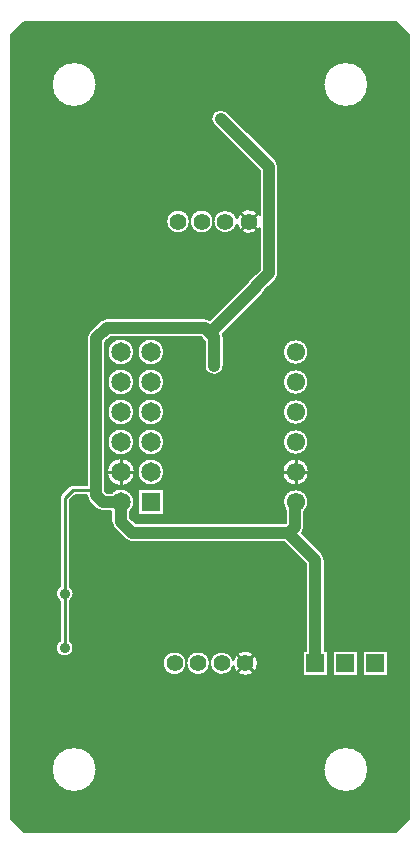
<source format=gbr>
G04 DesignSpark PCB PRO Gerber Version 10.0 Build 5299*
G04 #@! TF.Part,Single*
G04 #@! TF.FileFunction,Copper,L2,Bot*
G04 #@! TF.FilePolarity,Positive*
%FSLAX36Y36*%
%MOIN*%
G04 #@! TA.AperFunction,ComponentPad*
%ADD19R,0.06000X0.06000*%
%ADD15R,0.06496X0.06496*%
G04 #@! TD.AperFunction*
%ADD10C,0.00787*%
%ADD14C,0.00984*%
%ADD11C,0.01000*%
G04 #@! TA.AperFunction,ViaPad*
%ADD12C,0.03543*%
G04 #@! TD.AperFunction*
%ADD13C,0.03937*%
G04 #@! TA.AperFunction,ComponentPad*
%ADD18C,0.05512*%
%ADD17C,0.06102*%
%ADD16C,0.06496*%
G04 #@! TD.AperFunction*
X0Y0D02*
D02*
D10*
X69744Y2689839D02*
Y73941D01*
X113311Y30374D01*
X1351256D01*
X1394823Y73941D01*
Y2689839D01*
X1351256Y2733406D01*
X113311D01*
X69744Y2689839D01*
X204724Y240157D02*
G75*
G02*
X354331I74803J0D01*
G01*
G75*
G02*
X204724I-74803J0D01*
G01*
Y2523622D02*
G75*
G02*
X354331I74803J0D01*
G01*
G75*
G02*
X204724I-74803J0D01*
G01*
X1114173Y636299D02*
X1124488D01*
Y552677D01*
X1040866D01*
Y636299D01*
X1051181D01*
Y925929D01*
X979079Y998031D01*
X472441D01*
G75*
G02*
X450142Y1007283I0J31496D01*
G01*
X413189Y1044236D01*
G75*
G02*
X403937Y1066535I22244J22299D01*
G01*
Y1100394D01*
X376028D01*
G75*
G02*
X353713Y1109618I-43J31496D01*
G01*
X330091Y1133240D01*
G75*
G02*
X320866Y1155512I22272J22272D01*
G01*
G75*
G02*
Y1155524I13268J8D01*
G01*
G75*
G02*
Y1155555I11953J16D01*
G01*
Y1156496D01*
X282520D01*
X264764Y1138740D01*
Y851102D01*
G75*
G02*
Y802441I-16732J-24331D01*
G01*
Y670000D01*
G75*
G02*
X277559Y645669I-16732J-24331D01*
G01*
G75*
G02*
X218504I-29528J0D01*
G01*
G75*
G02*
X231299Y670000I29528J0D01*
G01*
Y802441D01*
G75*
G02*
Y851102I16732J24331D01*
G01*
Y1145634D01*
G75*
G02*
Y1145661I7933J16D01*
G01*
G75*
G02*
Y1145669I6835J4D01*
G01*
G75*
G02*
X236201Y1157500I16732J0D01*
G01*
X263760Y1185059D01*
G75*
G02*
X275626Y1189961I11835J-11831D01*
G01*
X320866D01*
Y1677122D01*
G75*
G02*
Y1677154I12110J16D01*
G01*
G75*
G02*
Y1677165I14098J8D01*
G01*
G75*
G02*
X330091Y1699437I31496J0D01*
G01*
X365524Y1734870D01*
G75*
G02*
X387839Y1744094I22272J-22272D01*
G01*
X714524D01*
G75*
G02*
X731811Y1738953I43J-31492D01*
G01*
X857992Y1865134D01*
G75*
G02*
X863555Y1872665I27835J-14740D01*
G01*
X897638Y1906748D01*
Y2045331D01*
G75*
G02*
X821744Y2057720I-35433J21598D01*
G01*
G75*
G02*
X744094Y2066929I-38280J9209D01*
G01*
G75*
G02*
X821744Y2076138I39370J0D01*
G01*
G75*
G02*
X897638Y2088528I40461J-9209D01*
G01*
Y2234984D01*
X745445Y2387177D01*
G75*
G02*
X789988Y2431720I22272J22272D01*
G01*
X951378Y2270331D01*
G75*
G02*
X960630Y2248031I-22244J-22299D01*
G01*
Y1893701D01*
G75*
G02*
X951378Y1871402I-31496J0D01*
G01*
X913661Y1833685D01*
G75*
G02*
X908098Y1826154I-27835J14740D01*
G01*
X775142Y1693201D01*
G75*
G02*
X777559Y1681102I-29083J-12102D01*
G01*
Y1586614D01*
G75*
G02*
X714567I-31496J0D01*
G01*
Y1668055D01*
X710055Y1672571D01*
G75*
G02*
X710012Y1672610I21059J23209D01*
G01*
X701520Y1681102D01*
X400843D01*
X383858Y1664118D01*
Y1168559D01*
X389031Y1163386D01*
X404291D01*
G75*
G02*
X466929Y1100748I31138J-31500D01*
G01*
Y1079583D01*
X485488Y1061024D01*
X983016D01*
X984252Y1062260D01*
Y1105980D01*
G75*
G02*
X975394Y1131890I33465J25909D01*
G01*
G75*
G02*
X1060039I42323J0D01*
G01*
G75*
G02*
X1047244Y1101571I-42323J0D01*
G01*
Y1049213D01*
G75*
G02*
X1038630Y1027567I-31496J-4D01*
G01*
X1104921Y961276D01*
G75*
G02*
X1114173Y938976I-22244J-22299D01*
G01*
Y636299D01*
X665354Y2066929D02*
G75*
G02*
X744094I39370J0D01*
G01*
G75*
G02*
X665354I-39370J0D01*
G01*
X586614D02*
G75*
G02*
X665354I39370J0D01*
G01*
G75*
G02*
X586614I-39370J0D01*
G01*
X491142Y1176181D02*
X579724D01*
Y1087598D01*
X491142D01*
Y1176181D01*
Y1231890D02*
G75*
G02*
X579724I44291J0D01*
G01*
G75*
G02*
X491142I-44291J0D01*
G01*
Y1331890D02*
G75*
G02*
X579724I44291J0D01*
G01*
G75*
G02*
X491142I-44291J0D01*
G01*
Y1431890D02*
G75*
G02*
X579724I44291J0D01*
G01*
G75*
G02*
X491142I-44291J0D01*
G01*
Y1531890D02*
G75*
G02*
X579724I44291J0D01*
G01*
G75*
G02*
X491142I-44291J0D01*
G01*
Y1631890D02*
G75*
G02*
X579724I44291J0D01*
G01*
G75*
G02*
X491142I-44291J0D01*
G01*
X389016Y1231890D02*
G75*
G02*
X481850I46417J0D01*
G01*
G75*
G02*
X389016I-46417J0D01*
G01*
X391142Y1331890D02*
G75*
G02*
X479724I44291J0D01*
G01*
G75*
G02*
X391142I-44291J0D01*
G01*
Y1431890D02*
G75*
G02*
X479724I44291J0D01*
G01*
G75*
G02*
X391142I-44291J0D01*
G01*
Y1531890D02*
G75*
G02*
X479724I44291J0D01*
G01*
G75*
G02*
X391142I-44291J0D01*
G01*
Y1631890D02*
G75*
G02*
X479724I44291J0D01*
G01*
G75*
G02*
X391142I-44291J0D01*
G01*
X1110236Y240157D02*
G75*
G02*
X1259843I74803J0D01*
G01*
G75*
G02*
X1110236I-74803J0D01*
G01*
X574803Y594488D02*
G75*
G02*
X653543I39370J0D01*
G01*
G75*
G02*
X574803I-39370J0D01*
G01*
X653543D02*
G75*
G02*
X732283I39370J0D01*
G01*
G75*
G02*
X653543I-39370J0D01*
G01*
X809933Y603697D02*
G75*
G02*
X891890Y594488I40461J-9209D01*
G01*
G75*
G02*
X809933Y585280I-41496J0D01*
G01*
G75*
G02*
X732283Y594488I-38280J9209D01*
G01*
G75*
G02*
X809933Y603697I39370J0D01*
G01*
X973268Y1231890D02*
G75*
G02*
X1062165I44449J0D01*
G01*
G75*
G02*
X973268I-44449J0D01*
G01*
X975394Y1331890D02*
G75*
G02*
X1060039I42323J0D01*
G01*
G75*
G02*
X975394I-42323J0D01*
G01*
Y1431890D02*
G75*
G02*
X1060039I42323J0D01*
G01*
G75*
G02*
X975394I-42323J0D01*
G01*
Y1531890D02*
G75*
G02*
X1060039I42323J0D01*
G01*
G75*
G02*
X975394I-42323J0D01*
G01*
Y1631890D02*
G75*
G02*
X1060039I42323J0D01*
G01*
G75*
G02*
X975394I-42323J0D01*
G01*
X1110236Y2523622D02*
G75*
G02*
X1259843I74803J0D01*
G01*
G75*
G02*
X1110236I-74803J0D01*
G01*
X1140866Y636299D02*
X1224488D01*
Y552677D01*
X1140866D01*
Y636299D01*
X1240866D02*
X1324488D01*
Y552677D01*
X1240866D01*
Y636299D01*
X73681Y240157D02*
G36*
X73681Y240157D02*
Y70004D01*
X109374Y34311D01*
X1355193D01*
X1390886Y70004D01*
Y240157D01*
X1259843D01*
G75*
G02*
X1110236I-74803J0D01*
G01*
X354331D01*
G75*
G02*
X204724I-74803J0D01*
G01*
X73681D01*
G37*
Y594488D02*
G36*
X73681Y594488D02*
Y240157D01*
X204724D01*
G75*
G02*
X354331I74803J0D01*
G01*
X1110236D01*
G75*
G02*
X1259843I74803J0D01*
G01*
X1390886D01*
Y594488D01*
X1324488D01*
Y552677D01*
X1240866D01*
Y594488D01*
X1224488D01*
Y552677D01*
X1140866D01*
Y594488D01*
X1124488D01*
Y552677D01*
X1040866D01*
Y594488D01*
X891890D01*
G75*
G02*
X809933Y585280I-41496J0D01*
G01*
G75*
G02*
X732283Y594488I-38280J9209D01*
G01*
G75*
G02*
X653543I-39370J0D01*
G01*
G75*
G02*
X574803I-39370J0D01*
G01*
X73681D01*
G37*
Y1131890D02*
G36*
X73681Y1131890D02*
Y594488D01*
X574803D01*
G75*
G02*
X653543I39370J0D01*
G01*
G75*
G02*
X732283Y594492I39370J0D01*
G01*
G75*
G02*
X809933Y603697I39370J0D01*
G01*
G75*
G02*
X891890Y594488I40461J-9209D01*
G01*
X1040866D01*
Y636299D01*
X1051181D01*
Y925929D01*
X979079Y998031D01*
X472441D01*
G75*
G02*
X450142Y1007283I4J31508D01*
G01*
X413189Y1044236D01*
G75*
G02*
X403937Y1066535I22256J22303D01*
G01*
Y1100394D01*
X376028D01*
G75*
G02*
X353713Y1109618I-35J31516D01*
G01*
X331441Y1131890D01*
X264764D01*
Y851102D01*
G75*
G02*
X277559Y826772I-16736J-24331D01*
G01*
G75*
G02*
X264764Y802441I-29531J0D01*
G01*
Y670000D01*
G75*
G02*
X277559Y645669I-16736J-24331D01*
G01*
G75*
G02*
X218504I-29528J0D01*
G01*
G75*
G02*
X231299Y670000I29531J0D01*
G01*
Y802441D01*
G75*
G02*
X218504Y826772I16736J24331D01*
G01*
G75*
G02*
X231299Y851102I29531J0D01*
G01*
Y1131890D01*
X73681D01*
G37*
X466929Y1100748D02*
G36*
X466929Y1100748D02*
Y1079583D01*
X485488Y1061024D01*
X983016D01*
X984252Y1062260D01*
Y1105980D01*
G75*
G02*
X975394Y1131886I33449J25906D01*
G01*
G75*
G02*
Y1131890I37594J4D01*
G01*
X579724D01*
Y1087598D01*
X491142D01*
Y1131890D01*
X479724D01*
G75*
G02*
X466929Y1100748I-44295J0D01*
G01*
G37*
X1047244Y1101571D02*
G36*
X1047244Y1101571D02*
Y1049213D01*
G75*
G02*
Y1049209I-32224J0D01*
G01*
G75*
G02*
X1038630Y1027567I-31492J0D01*
G01*
X1104921Y961276D01*
G75*
G02*
X1114173Y938976I-22256J-22303D01*
G01*
Y636299D01*
X1124488D01*
Y594488D01*
X1140866D01*
Y636299D01*
X1224488D01*
Y594488D01*
X1240866D01*
Y636299D01*
X1324488D01*
Y594488D01*
X1390886D01*
Y1131890D01*
X1060039D01*
G75*
G02*
X1047244Y1101571I-42335J8D01*
G01*
G37*
X73681Y1231890D02*
G36*
X73681Y1231890D02*
Y1131890D01*
X231299D01*
Y1145634D01*
Y1145661D01*
Y1145669D01*
G75*
G02*
X236201Y1157500I16756J-12D01*
G01*
X263760Y1185059D01*
G75*
G02*
X275626Y1189961I11835J-11839D01*
G01*
X320866D01*
Y1231890D01*
X73681D01*
G37*
X264764Y1138740D02*
G36*
X264764Y1138740D02*
Y1131890D01*
X331441D01*
X330091Y1133240D01*
G75*
G02*
X320866Y1155508I22268J22268D01*
G01*
G75*
G02*
Y1155512I56394J4D01*
G01*
Y1155524D01*
Y1155555D01*
Y1156496D01*
X282520D01*
X264764Y1138740D01*
G37*
X383858Y1231890D02*
G36*
X383858Y1231890D02*
Y1168559D01*
X389031Y1163386D01*
X404291D01*
G75*
G02*
X479724Y1131890I31142J-31496D01*
G01*
X491142D01*
Y1176181D01*
X579724D01*
Y1131890D01*
X975394D01*
G75*
G02*
X1060039I42323J0D01*
G01*
X1390886D01*
Y1231890D01*
X1062165D01*
G75*
G02*
X973268I-44449J0D01*
G01*
X579724D01*
G75*
G02*
X491142I-44291J0D01*
G01*
X481850D01*
G75*
G02*
X389016I-46417J0D01*
G01*
X383858D01*
G37*
X73681Y1331890D02*
G36*
X73681Y1331890D02*
Y1231890D01*
X320866D01*
Y1331890D01*
X73681D01*
G37*
X383858D02*
G36*
X383858Y1331890D02*
Y1231890D01*
X389016D01*
G75*
G02*
X481850I46417J0D01*
G01*
X491142D01*
G75*
G02*
X579724I44291J0D01*
G01*
X973268D01*
G75*
G02*
X1062165I44449J0D01*
G01*
X1390886D01*
Y1331890D01*
X1060039D01*
G75*
G02*
X975394I-42323J0D01*
G01*
X579724D01*
G75*
G02*
X491142I-44291J0D01*
G01*
X479724D01*
G75*
G02*
X391142I-44291J0D01*
G01*
X383858D01*
G37*
X73681Y1431890D02*
G36*
X73681Y1431890D02*
Y1331890D01*
X320866D01*
Y1431890D01*
X73681D01*
G37*
X383858D02*
G36*
X383858Y1431890D02*
Y1331890D01*
X391142D01*
G75*
G02*
X479724I44291J0D01*
G01*
X491142D01*
G75*
G02*
X579724I44291J0D01*
G01*
X975394D01*
G75*
G02*
X1060039I42323J0D01*
G01*
X1390886D01*
Y1431890D01*
X1060039D01*
G75*
G02*
X975394I-42323J0D01*
G01*
X579724D01*
G75*
G02*
X491142I-44291J0D01*
G01*
X479724D01*
G75*
G02*
X391142I-44291J0D01*
G01*
X383858D01*
G37*
X73681Y1496811D02*
G36*
X73681Y1496811D02*
Y1431890D01*
X320866D01*
Y1496811D01*
X73681D01*
G37*
X383858D02*
G36*
X383858Y1496811D02*
Y1431890D01*
X391142D01*
G75*
G02*
X479724I44291J0D01*
G01*
X491142D01*
G75*
G02*
X579724I44291J0D01*
G01*
X975394D01*
G75*
G02*
X1060039I42323J0D01*
G01*
X1390886D01*
Y1496811D01*
X1041398D01*
G75*
G02*
X994035I-23681J35083D01*
G01*
X562472D01*
G75*
G02*
X508394I-27039J35079D01*
G01*
X462472D01*
G75*
G02*
X408394I-27039J35079D01*
G01*
X383858D01*
G37*
X73681Y1631890D02*
G36*
X73681Y1631890D02*
Y1496811D01*
X320866D01*
Y1631890D01*
X73681D01*
G37*
X383858D02*
G36*
X383858Y1631890D02*
Y1496811D01*
X408394D01*
G75*
G02*
X391142Y1531890I27039J35079D01*
G01*
G75*
G02*
X479724I44291J0D01*
G01*
G75*
G02*
X462472Y1496811I-44291J0D01*
G01*
X508394D01*
G75*
G02*
X491142Y1531890I27039J35079D01*
G01*
G75*
G02*
X579724I44291J0D01*
G01*
G75*
G02*
X562472Y1496811I-44291J0D01*
G01*
X994035D01*
G75*
G02*
X975394Y1531890I23681J35079D01*
G01*
G75*
G02*
X1060039I42323J0D01*
G01*
G75*
G02*
X1041398Y1496811I-42323J0D01*
G01*
X1390886D01*
Y1631890D01*
X1060039D01*
G75*
G02*
X975394I-42323J0D01*
G01*
X777559D01*
Y1586614D01*
G75*
G02*
X714567I-31496J0D01*
G01*
Y1631890D01*
X579724D01*
G75*
G02*
X491142I-44291J0D01*
G01*
X479724D01*
G75*
G02*
X391142I-44291J0D01*
G01*
X383858D01*
G37*
X73681Y2066929D02*
G36*
X73681Y2066929D02*
Y1631890D01*
X320866D01*
Y1677122D01*
Y1677154D01*
Y1677165D01*
G75*
G02*
X330091Y1699437I31512J-4D01*
G01*
X365524Y1734870D01*
G75*
G02*
X387839Y1744094I22280J-22291D01*
G01*
X714524D01*
G75*
G02*
X731811Y1738953I39J-31500D01*
G01*
X857992Y1865134D01*
G75*
G02*
X863555Y1872665I27882J-14776D01*
G01*
X897638Y1906748D01*
Y2045331D01*
G75*
G02*
X821744Y2057720I-35433J21594D01*
G01*
G75*
G02*
X744094Y2066929I-38280J9209D01*
G01*
G75*
G02*
X665354I-39370J0D01*
G01*
G75*
G02*
X586614I-39370J0D01*
G01*
X73681D01*
G37*
X383858Y1664118D02*
G36*
X383858Y1664118D02*
Y1631890D01*
X391142D01*
G75*
G02*
X479724I44291J0D01*
G01*
X491142D01*
G75*
G02*
X579724I44291J0D01*
G01*
X714567D01*
Y1668055D01*
X710055Y1672571D01*
G75*
G03*
X710012Y1672610I-240J-220D01*
G01*
X701520Y1681102D01*
X400843D01*
X383858Y1664118D01*
G37*
X777559Y1681102D02*
G36*
X777559Y1681102D02*
Y1631890D01*
X975394D01*
G75*
G02*
X1060039I42323J0D01*
G01*
X1390886D01*
Y2066929D01*
X960630D01*
Y1893701D01*
G75*
G02*
X951378Y1871402I-31508J4D01*
G01*
X913661Y1833685D01*
G75*
G02*
X908098Y1826154I-27882J14776D01*
G01*
X775142Y1693201D01*
G75*
G02*
X777559Y1681102I-29063J-12098D01*
G01*
G37*
X73681Y2523622D02*
G36*
X73681Y2523622D02*
Y2066929D01*
X586614D01*
G75*
G02*
X665354I39370J0D01*
G01*
G75*
G02*
X744094Y2066933I39370J0D01*
G01*
G75*
G02*
X821744Y2076138I39370J0D01*
G01*
G75*
G02*
X897638Y2088528I40461J-9205D01*
G01*
Y2234984D01*
X745445Y2387177D01*
G75*
G02*
X736220Y2409449I22272J22272D01*
G01*
G75*
G02*
X789988Y2431720I31496J0D01*
G01*
X951378Y2270331D01*
G75*
G02*
X960630Y2248031I-22256J-22303D01*
G01*
Y2066929D01*
X1390886D01*
Y2523622D01*
X1259843D01*
G75*
G02*
X1110236I-74803J0D01*
G01*
X354331D01*
G75*
G02*
X204724I-74803J0D01*
G01*
X73681D01*
G37*
Y2693776D02*
G36*
X73681Y2693776D02*
Y2523622D01*
X204724D01*
G75*
G02*
X354331I74803J0D01*
G01*
X1110236D01*
G75*
G02*
X1259843I74803J0D01*
G01*
X1390886D01*
Y2693776D01*
X1355193Y2729469D01*
X109374D01*
X73681Y2693776D01*
G37*
D02*
D11*
X407953Y1231890D02*
X387953D01*
X435433Y1204409D02*
Y1184409D01*
Y1259370D02*
Y1279370D01*
X462913Y1231890D02*
X482913D01*
X834441Y578535D02*
X820299Y564394D01*
X834441Y610441D02*
X820299Y624583D01*
X846252Y2050976D02*
X832110Y2036835D01*
X846252Y2082882D02*
X832110Y2097024D01*
X866346Y578535D02*
X880488Y564394D01*
X866346Y610441D02*
X880488Y624583D01*
X878157Y2050976D02*
X892299Y2036835D01*
X878157Y2082882D02*
X892299Y2097024D01*
X992205Y1231890D02*
X972205D01*
X1017717Y1206378D02*
Y1186378D01*
Y1257402D02*
Y1277402D01*
X1043228Y1231890D02*
X1063228D01*
D02*
D12*
X216535Y905512D03*
X248031Y645669D03*
Y826772D03*
X342520Y937008D03*
X377953Y590551D03*
X685039Y1370079D03*
X728346Y791339D03*
X746063Y1586614D03*
X767717Y2409449D03*
X771654Y1086614D03*
Y1263780D03*
X811024Y1708661D03*
X822835Y2429134D03*
X885827Y1850394D03*
X889764Y1734252D03*
X968504Y594488D03*
X1125984Y1232283D03*
D02*
D13*
X352362Y1177165D02*
Y1677165D01*
X387795Y1712598D01*
X714567D01*
X732283Y1694882D01*
X435433Y1131890D02*
X375984D01*
X352362Y1155512D01*
Y1177165D01*
X435433Y1131890D02*
Y1066535D01*
X472441Y1029528D01*
X992126D01*
X732283Y1694882D02*
X746063Y1681102D01*
Y1586614D01*
X767717Y2409449D02*
X929134Y2248031D01*
Y1893701D01*
X885827Y1850394D01*
Y1848425D02*
X732283Y1694882D01*
X992126Y1029528D02*
X996063D01*
X1015748Y1049213D01*
Y1129921D01*
X1017717Y1131890D01*
X1082677Y594488D02*
Y938976D01*
X992126Y1029528D01*
D02*
D14*
X248031Y826772D02*
Y645669D01*
Y826772D02*
Y1145669D01*
X275591Y1173228D01*
X348425D01*
X352362Y1177165D01*
X885827Y1850394D02*
Y1848425D01*
D02*
D15*
X535433Y1131890D03*
D02*
D16*
X435433D03*
Y1231890D03*
Y1331890D03*
Y1431890D03*
Y1531890D03*
Y1631890D03*
X535433Y1231890D03*
Y1331890D03*
Y1431890D03*
Y1531890D03*
Y1631890D03*
D02*
D17*
X1017717Y1131890D03*
Y1231890D03*
Y1331890D03*
Y1431890D03*
Y1531890D03*
Y1631890D03*
D02*
D18*
X614173Y594488D03*
X625984Y2066929D03*
X692913Y594488D03*
X704724Y2066929D03*
X771654Y594488D03*
X783465Y2066929D03*
X850394Y594488D03*
X862205Y2066929D03*
D02*
D19*
X1082677Y594488D03*
X1182677D03*
X1282677D03*
X0Y0D02*
M02*

</source>
